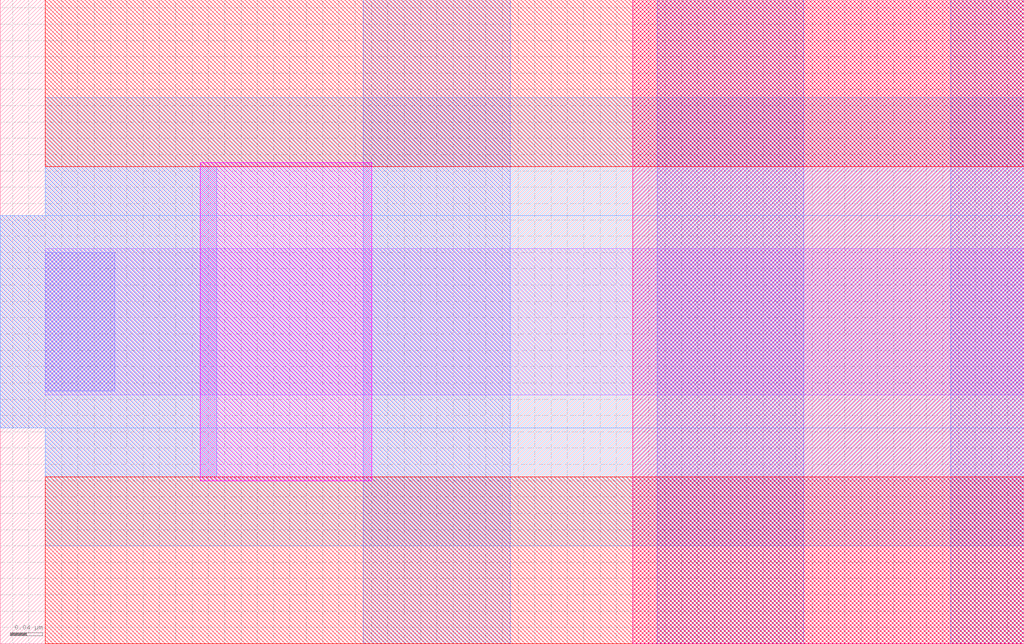
<source format=lef>
# Copyright 2020 The SkyWater PDK Authors
#
# Licensed under the Apache License, Version 2.0 (the "License");
# you may not use this file except in compliance with the License.
# You may obtain a copy of the License at
#
#     https://www.apache.org/licenses/LICENSE-2.0
#
# Unless required by applicable law or agreed to in writing, software
# distributed under the License is distributed on an "AS IS" BASIS,
# WITHOUT WARRANTIES OR CONDITIONS OF ANY KIND, either express or implied.
# See the License for the specific language governing permissions and
# limitations under the License.
#
# SPDX-License-Identifier: Apache-2.0

VERSION 5.7 ;
  NOWIREEXTENSIONATPIN ON ;
  DIVIDERCHAR "/" ;
  BUSBITCHARS "[]" ;
MACRO sky130_fd_bd_sram__sram_dp_horstrap_half2
  CLASS BLOCK ;
  FOREIGN sky130_fd_bd_sram__sram_dp_horstrap_half2 ;
  ORIGIN  0.055000  0.000000 ;
  SIZE  1.255000 BY  0.790000 ;
  OBS
    LAYER li1 ;
      RECT 0.000000 0.305000 1.200000 0.485000 ;
    LAYER mcon ;
      RECT 0.000000 0.310000 0.085000 0.480000 ;
    LAYER met1 ;
      RECT -0.055000 0.265000 0.210000 0.525000 ;
      RECT  0.000000 0.205000 0.210000 0.265000 ;
      RECT  0.000000 0.525000 0.210000 0.585000 ;
      RECT  0.390000 0.000000 0.570000 0.790000 ;
      RECT  0.750000 0.000000 0.930000 0.790000 ;
      RECT  1.110000 0.000000 1.200000 0.790000 ;
    LAYER met2 ;
      RECT -0.055000 0.265000 1.200000 0.525000 ;
      RECT  0.000000 0.120000 1.200000 0.265000 ;
      RECT  0.000000 0.525000 1.200000 0.670000 ;
    LAYER met3 ;
      RECT 0.000000 0.000000 1.200000 0.205000 ;
      RECT 0.000000 0.585000 1.200000 0.790000 ;
    LAYER nwell ;
      RECT 0.720000 0.000000 1.200000 0.790000 ;
    LAYER pwell ;
      RECT 0.190000 0.200000 0.400000 0.590000 ;
  END
END sky130_fd_bd_sram__sram_dp_horstrap_half2
END LIBRARY

</source>
